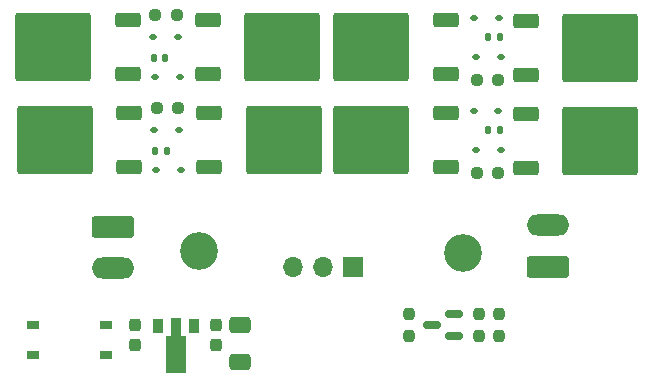
<source format=gbr>
%TF.GenerationSoftware,KiCad,Pcbnew,7.0.7*%
%TF.CreationDate,2024-02-20T00:19:48+01:00*%
%TF.ProjectId,turningLoopMosfet,7475726e-696e-4674-9c6f-6f704d6f7366,rev?*%
%TF.SameCoordinates,Original*%
%TF.FileFunction,Soldermask,Top*%
%TF.FilePolarity,Negative*%
%FSLAX46Y46*%
G04 Gerber Fmt 4.6, Leading zero omitted, Abs format (unit mm)*
G04 Created by KiCad (PCBNEW 7.0.7) date 2024-02-20 00:19:48*
%MOMM*%
%LPD*%
G01*
G04 APERTURE LIST*
G04 Aperture macros list*
%AMRoundRect*
0 Rectangle with rounded corners*
0 $1 Rounding radius*
0 $2 $3 $4 $5 $6 $7 $8 $9 X,Y pos of 4 corners*
0 Add a 4 corners polygon primitive as box body*
4,1,4,$2,$3,$4,$5,$6,$7,$8,$9,$2,$3,0*
0 Add four circle primitives for the rounded corners*
1,1,$1+$1,$2,$3*
1,1,$1+$1,$4,$5*
1,1,$1+$1,$6,$7*
1,1,$1+$1,$8,$9*
0 Add four rect primitives between the rounded corners*
20,1,$1+$1,$2,$3,$4,$5,0*
20,1,$1+$1,$4,$5,$6,$7,0*
20,1,$1+$1,$6,$7,$8,$9,0*
20,1,$1+$1,$8,$9,$2,$3,0*%
%AMFreePoly0*
4,1,9,3.862500,-0.866500,0.737500,-0.866500,0.737500,-0.450000,-0.737500,-0.450000,-0.737500,0.450000,0.737500,0.450000,0.737500,0.866500,3.862500,0.866500,3.862500,-0.866500,3.862500,-0.866500,$1*%
G04 Aperture macros list end*
%ADD10C,3.200000*%
%ADD11R,0.900000X1.300000*%
%ADD12FreePoly0,270.000000*%
%ADD13RoundRect,0.237500X0.250000X0.237500X-0.250000X0.237500X-0.250000X-0.237500X0.250000X-0.237500X0*%
%ADD14RoundRect,0.237500X-0.250000X-0.237500X0.250000X-0.237500X0.250000X0.237500X-0.250000X0.237500X0*%
%ADD15RoundRect,0.237500X0.237500X-0.250000X0.237500X0.250000X-0.237500X0.250000X-0.237500X-0.250000X0*%
%ADD16RoundRect,0.237500X-0.237500X0.250000X-0.237500X-0.250000X0.237500X-0.250000X0.237500X0.250000X0*%
%ADD17RoundRect,0.250000X0.850000X0.350000X-0.850000X0.350000X-0.850000X-0.350000X0.850000X-0.350000X0*%
%ADD18RoundRect,0.249997X2.950003X2.650003X-2.950003X2.650003X-2.950003X-2.650003X2.950003X-2.650003X0*%
%ADD19RoundRect,0.250000X-0.850000X-0.350000X0.850000X-0.350000X0.850000X0.350000X-0.850000X0.350000X0*%
%ADD20RoundRect,0.249997X-2.950003X-2.650003X2.950003X-2.650003X2.950003X2.650003X-2.950003X2.650003X0*%
%ADD21RoundRect,0.150000X0.587500X0.150000X-0.587500X0.150000X-0.587500X-0.150000X0.587500X-0.150000X0*%
%ADD22O,1.700000X1.700000*%
%ADD23R,1.700000X1.700000*%
%ADD24RoundRect,0.250000X1.550000X-0.650000X1.550000X0.650000X-1.550000X0.650000X-1.550000X-0.650000X0*%
%ADD25O,3.600000X1.800000*%
%ADD26RoundRect,0.250000X-1.550000X0.650000X-1.550000X-0.650000X1.550000X-0.650000X1.550000X0.650000X0*%
%ADD27R,1.000000X0.800000*%
%ADD28RoundRect,0.112500X-0.187500X-0.112500X0.187500X-0.112500X0.187500X0.112500X-0.187500X0.112500X0*%
%ADD29RoundRect,0.112500X0.187500X0.112500X-0.187500X0.112500X-0.187500X-0.112500X0.187500X-0.112500X0*%
%ADD30RoundRect,0.250000X-0.650000X0.412500X-0.650000X-0.412500X0.650000X-0.412500X0.650000X0.412500X0*%
%ADD31RoundRect,0.237500X-0.237500X0.300000X-0.237500X-0.300000X0.237500X-0.300000X0.237500X0.300000X0*%
%ADD32RoundRect,0.140000X0.140000X0.170000X-0.140000X0.170000X-0.140000X-0.170000X0.140000X-0.170000X0*%
%ADD33RoundRect,0.140000X-0.140000X-0.170000X0.140000X-0.170000X0.140000X0.170000X-0.140000X0.170000X0*%
G04 APERTURE END LIST*
D10*
%TO.C,REF\u002A\u002A*%
X111125000Y-104648000D03*
%TD*%
%TO.C,REF\u002A\u002A*%
X88773000Y-104521000D03*
%TD*%
D11*
%TO.C,U601*%
X88368000Y-110826000D03*
D12*
X86868000Y-110913500D03*
D11*
X85368000Y-110826000D03*
%TD*%
D13*
%TO.C,R501*%
X87055500Y-92369000D03*
X85230500Y-92369000D03*
%TD*%
D14*
%TO.C,R401*%
X112310500Y-97877999D03*
X114135500Y-97877999D03*
%TD*%
D13*
%TO.C,R301*%
X85103500Y-84493001D03*
X86928500Y-84493001D03*
%TD*%
D14*
%TO.C,R201*%
X112334500Y-90002999D03*
X114159500Y-90002999D03*
%TD*%
D15*
%TO.C,R103*%
X112522000Y-109831500D03*
X112522000Y-111656500D03*
%TD*%
D16*
%TO.C,R102*%
X114173000Y-111656500D03*
X114173000Y-109831500D03*
%TD*%
D15*
%TO.C,R101*%
X106553000Y-111656500D03*
X106553000Y-109831500D03*
%TD*%
D17*
%TO.C,Q502*%
X82903000Y-97349000D03*
X82903000Y-92789000D03*
D18*
X76603000Y-95069000D03*
%TD*%
D19*
%TO.C,Q501*%
X89688000Y-92844000D03*
X89688000Y-97404000D03*
D20*
X95988000Y-95124000D03*
%TD*%
D19*
%TO.C,Q402*%
X116463000Y-92897999D03*
X116463000Y-97457999D03*
D20*
X122763000Y-95177999D03*
%TD*%
D17*
%TO.C,Q401*%
X109678000Y-97403000D03*
X109678000Y-92843000D03*
D18*
X103378000Y-95123000D03*
%TD*%
%TO.C,Q302*%
X76476000Y-87193001D03*
D17*
X82776000Y-84913001D03*
X82776000Y-89473001D03*
%TD*%
D20*
%TO.C,Q301*%
X95861000Y-87248000D03*
D19*
X89561000Y-89528000D03*
X89561000Y-84968000D03*
%TD*%
%TO.C,Q202*%
X116487000Y-85022999D03*
X116487000Y-89582999D03*
D20*
X122787000Y-87302999D03*
%TD*%
D17*
%TO.C,Q201*%
X109702000Y-89528000D03*
X109702000Y-84968000D03*
D18*
X103402000Y-87248000D03*
%TD*%
D21*
%TO.C,Q101*%
X110411500Y-111694000D03*
X110411500Y-109794000D03*
X108536500Y-110744000D03*
%TD*%
D22*
%TO.C,J103*%
X96759000Y-105861000D03*
X99299000Y-105861000D03*
D23*
X101839000Y-105861000D03*
%TD*%
D24*
%TO.C,J102*%
X118352500Y-105835000D03*
D25*
X118352500Y-102335000D03*
%TD*%
D26*
%TO.C,J101*%
X81545500Y-102445000D03*
D25*
X81545500Y-105945000D03*
%TD*%
D27*
%TO.C,D601*%
X74776000Y-113284000D03*
X74776000Y-110744000D03*
X80926000Y-110744000D03*
X80926000Y-113284000D03*
%TD*%
D28*
%TO.C,D502*%
X85205500Y-97639000D03*
X87305500Y-97639000D03*
%TD*%
D29*
%TO.C,D501*%
X87130500Y-94279000D03*
X85030500Y-94279000D03*
%TD*%
%TO.C,D402*%
X114160500Y-92608000D03*
X112060500Y-92608000D03*
%TD*%
D28*
%TO.C,D401*%
X112235500Y-95967999D03*
X114335500Y-95967999D03*
%TD*%
%TO.C,D302*%
X87178500Y-89763000D03*
X85078500Y-89763000D03*
%TD*%
D29*
%TO.C,D301*%
X84903500Y-86403001D03*
X87003500Y-86403001D03*
%TD*%
%TO.C,D202*%
X114184500Y-84733000D03*
X112084500Y-84733000D03*
%TD*%
D28*
%TO.C,D201*%
X112259500Y-88092999D03*
X114359500Y-88092999D03*
%TD*%
D30*
%TO.C,C603*%
X92306000Y-110786500D03*
X92306000Y-113911500D03*
%TD*%
D31*
%TO.C,C602*%
X90274000Y-110724500D03*
X90274000Y-112449500D03*
%TD*%
%TO.C,C601*%
X83416000Y-112449500D03*
X83416000Y-110724500D03*
%TD*%
D32*
%TO.C,C501*%
X86073000Y-96029000D03*
X85113000Y-96029000D03*
%TD*%
D33*
%TO.C,C401*%
X113293000Y-94218000D03*
X114253000Y-94218000D03*
%TD*%
D32*
%TO.C,C301*%
X84986000Y-88153000D03*
X85946000Y-88153000D03*
%TD*%
D33*
%TO.C,C201*%
X113317000Y-86343000D03*
X114277000Y-86343000D03*
%TD*%
M02*

</source>
